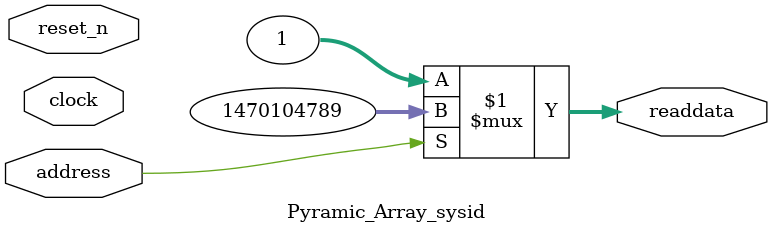
<source format=v>



// synthesis translate_off
`timescale 1ns / 1ps
// synthesis translate_on

// turn off superfluous verilog processor warnings 
// altera message_level Level1 
// altera message_off 10034 10035 10036 10037 10230 10240 10030 

module Pyramic_Array_sysid (
               // inputs:
                address,
                clock,
                reset_n,

               // outputs:
                readdata
             )
;

  output  [ 31: 0] readdata;
  input            address;
  input            clock;
  input            reset_n;

  wire    [ 31: 0] readdata;
  //control_slave, which is an e_avalon_slave
  assign readdata = address ? 1470104789 : 1;

endmodule



</source>
